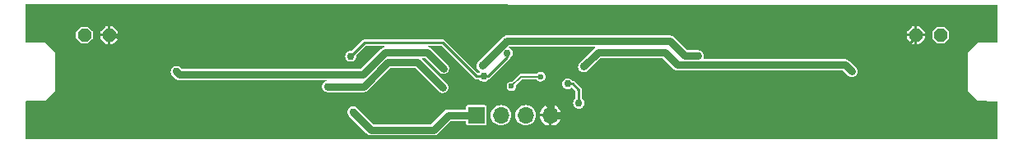
<source format=gbr>
%TF.GenerationSoftware,KiCad,Pcbnew,8.0.6*%
%TF.CreationDate,2025-03-12T20:05:18-06:00*%
%TF.ProjectId,Lightbar,4c696768-7462-4617-922e-6b696361645f,rev?*%
%TF.SameCoordinates,Original*%
%TF.FileFunction,Copper,L2,Bot*%
%TF.FilePolarity,Positive*%
%FSLAX46Y46*%
G04 Gerber Fmt 4.6, Leading zero omitted, Abs format (unit mm)*
G04 Created by KiCad (PCBNEW 8.0.6) date 2025-03-12 20:05:18*
%MOMM*%
%LPD*%
G01*
G04 APERTURE LIST*
G04 Aperture macros list*
%AMOutline5P*
0 Free polygon, 5 corners , with rotation*
0 The origin of the aperture is its center*
0 number of corners: always 5*
0 $1 to $10 corner X, Y*
0 $11 Rotation angle, in degrees counterclockwise*
0 create outline with 5 corners*
4,1,5,$1,$2,$3,$4,$5,$6,$7,$8,$9,$10,$1,$2,$11*%
%AMOutline6P*
0 Free polygon, 6 corners , with rotation*
0 The origin of the aperture is its center*
0 number of corners: always 6*
0 $1 to $12 corner X, Y*
0 $13 Rotation angle, in degrees counterclockwise*
0 create outline with 6 corners*
4,1,6,$1,$2,$3,$4,$5,$6,$7,$8,$9,$10,$11,$12,$1,$2,$13*%
%AMOutline7P*
0 Free polygon, 7 corners , with rotation*
0 The origin of the aperture is its center*
0 number of corners: always 7*
0 $1 to $14 corner X, Y*
0 $15 Rotation angle, in degrees counterclockwise*
0 create outline with 7 corners*
4,1,7,$1,$2,$3,$4,$5,$6,$7,$8,$9,$10,$11,$12,$13,$14,$1,$2,$15*%
%AMOutline8P*
0 Free polygon, 8 corners , with rotation*
0 The origin of the aperture is its center*
0 number of corners: always 8*
0 $1 to $16 corner X, Y*
0 $17 Rotation angle, in degrees counterclockwise*
0 create outline with 8 corners*
4,1,8,$1,$2,$3,$4,$5,$6,$7,$8,$9,$10,$11,$12,$13,$14,$15,$16,$1,$2,$17*%
G04 Aperture macros list end*
%TA.AperFunction,ComponentPad*%
%ADD10Outline8P,-0.660400X0.273547X-0.273547X0.660400X0.273547X0.660400X0.660400X0.273547X0.660400X-0.273547X0.273547X-0.660400X-0.273547X-0.660400X-0.660400X-0.273547X0.000000*%
%TD*%
%TA.AperFunction,ComponentPad*%
%ADD11O,1.700000X1.700000*%
%TD*%
%TA.AperFunction,ComponentPad*%
%ADD12R,1.700000X1.700000*%
%TD*%
%TA.AperFunction,ComponentPad*%
%ADD13Outline8P,-0.660400X0.273547X-0.273547X0.660400X0.273547X0.660400X0.660400X0.273547X0.660400X-0.273547X0.273547X-0.660400X-0.273547X-0.660400X-0.660400X-0.273547X180.000000*%
%TD*%
%TA.AperFunction,ViaPad*%
%ADD14C,0.600000*%
%TD*%
%TA.AperFunction,ViaPad*%
%ADD15C,0.756400*%
%TD*%
%TA.AperFunction,Conductor*%
%ADD16C,0.200000*%
%TD*%
%TA.AperFunction,Conductor*%
%ADD17C,0.762000*%
%TD*%
%TA.AperFunction,Conductor*%
%ADD18C,0.254000*%
%TD*%
%TA.AperFunction,Conductor*%
%ADD19C,0.152400*%
%TD*%
G04 APERTURE END LIST*
D10*
%TO.P,LSR2,A*%
%TO.N,Net-(LASER2-PadA)*%
X104571000Y-101197200D03*
%TO.P,LSR2,K*%
%TO.N,GND*%
X107111000Y-101197200D03*
%TD*%
D11*
%TO.P,J1,4,Pin_4*%
%TO.N,GND*%
X152500000Y-109500000D03*
%TO.P,J1,3,Pin_3*%
%TO.N,Net-(Q1-E)*%
X149960000Y-109500000D03*
%TO.P,J1,2,Pin_2*%
%TO.N,PWM1*%
X147420000Y-109500000D03*
D12*
%TO.P,J1,1,Pin_1*%
%TO.N,N$4*%
X144880000Y-109500000D03*
%TD*%
D13*
%TO.P,LSR1,A*%
%TO.N,Net-(LASER1-PadA)*%
X192638200Y-101197200D03*
%TO.P,LSR1,K*%
%TO.N,GND*%
X190098200Y-101197200D03*
%TD*%
D14*
%TO.N,Net-(Q1-E)*%
X148500000Y-106500000D03*
X151500000Y-105500000D03*
%TO.N,GND*%
X106409799Y-105945565D03*
X192500000Y-105500000D03*
X192500000Y-107500000D03*
X159000000Y-106500000D03*
X104708262Y-107783832D03*
D15*
X133222200Y-107572800D03*
D14*
X190808600Y-106556800D03*
X138339436Y-106490210D03*
X159017134Y-107740250D03*
X190789882Y-107528392D03*
X107944220Y-106841910D03*
X104753839Y-105839219D03*
X106400600Y-106810800D03*
X136201579Y-106523018D03*
X160044600Y-107120800D03*
X138313041Y-107750670D03*
X161000000Y-106500000D03*
X160996682Y-107767367D03*
X107944220Y-107753447D03*
X106409799Y-107738255D03*
X104738647Y-106811525D03*
D15*
X164007000Y-105896400D03*
D14*
X189000000Y-107500000D03*
D15*
X142975800Y-105363000D03*
D14*
X189000000Y-106500000D03*
X190796784Y-105513019D03*
X189000000Y-105500000D03*
X136252294Y-107770603D03*
X137311600Y-107064800D03*
X107929027Y-105960757D03*
X192500000Y-106500000D03*
D15*
%TO.N,N$3*%
X155929800Y-104474000D03*
X183514200Y-104982000D03*
%TO.N,N$4*%
X167715400Y-103356400D03*
X163549800Y-101832400D03*
X132206200Y-109147600D03*
X145465000Y-104372400D03*
X147993803Y-101852400D03*
%TO.N,N$7*%
X129590000Y-106531400D03*
X141426400Y-106607600D03*
%TO.N,N$9*%
X141502600Y-104651800D03*
X114019800Y-104982000D03*
X133222200Y-105286800D03*
%TO.N,PWM1*%
X154278800Y-106252000D03*
X148063299Y-103063299D03*
X155421800Y-108233200D03*
X131977600Y-103381800D03*
X145642800Y-105439200D03*
%TD*%
D16*
%TO.N,Net-(Q1-E)*%
X149500000Y-105500000D02*
X151500000Y-105500000D01*
X148500000Y-106500000D02*
X149500000Y-105500000D01*
D17*
%TO.N,GND*%
X152500000Y-109500000D02*
X152500000Y-108500000D01*
X152500000Y-108500000D02*
X151500000Y-107500000D01*
X151500000Y-107500000D02*
X145112800Y-107500000D01*
X145112800Y-107500000D02*
X144042600Y-106429800D01*
D18*
X187500000Y-104000000D02*
X182301600Y-109198400D01*
X182301600Y-109198400D02*
X164007000Y-109198400D01*
D16*
X189000000Y-105500000D02*
X187500000Y-104000000D01*
X160996682Y-107767367D02*
X161232633Y-107767367D01*
X161232633Y-107767367D02*
X163103600Y-105896400D01*
X163103600Y-105896400D02*
X164007000Y-105896400D01*
D18*
%TO.N,PWM1*%
X155421800Y-108233200D02*
X155421800Y-106883000D01*
X155421800Y-106883000D02*
X154790800Y-106252000D01*
X154790800Y-106252000D02*
X154329600Y-106252000D01*
X148063299Y-103063299D02*
X148063299Y-103500000D01*
X146124099Y-105439200D02*
X145642800Y-105439200D01*
X148063299Y-103500000D02*
X146124099Y-105439200D01*
D17*
%TO.N,GND*%
X144042600Y-106429800D02*
X142950400Y-106429800D01*
X142950400Y-106429800D02*
X142925000Y-106455200D01*
X144042600Y-106429800D02*
X144000000Y-106429800D01*
X144000000Y-106429800D02*
X142975800Y-105405600D01*
X142975800Y-105405600D02*
X142975800Y-105363000D01*
D16*
X136958097Y-107064800D02*
X136252294Y-107770603D01*
X107944220Y-107753447D02*
X106424991Y-107753447D01*
X190808600Y-106556800D02*
X190808600Y-107509674D01*
X137311600Y-107064800D02*
X137627171Y-107064800D01*
X106500000Y-107000000D02*
X106400600Y-106900600D01*
X106400600Y-106900600D02*
X106400600Y-106810800D01*
X104738647Y-105854411D02*
X104753839Y-105839219D01*
X192500000Y-106500000D02*
X192500000Y-105500000D01*
X137764846Y-107064800D02*
X138339436Y-106490210D01*
X107944220Y-106841910D02*
X106431710Y-106841910D01*
X192500000Y-107500000D02*
X190818274Y-107500000D01*
X190818274Y-107500000D02*
X190789882Y-107528392D01*
X190789882Y-107528392D02*
X190761490Y-107500000D01*
X133420003Y-107770603D02*
X133222200Y-107572800D01*
D17*
X135328600Y-109679200D02*
X133222200Y-107572800D01*
D16*
X190796784Y-105513019D02*
X189013019Y-105513019D01*
X106424991Y-105960757D02*
X106409799Y-105945565D01*
X160044600Y-107120800D02*
X160350115Y-107120800D01*
X159620800Y-107120800D02*
X159000000Y-106500000D01*
X104708262Y-107783832D02*
X104708262Y-106841910D01*
X159636584Y-107120800D02*
X159017134Y-107740250D01*
X107944220Y-107753447D02*
X107944220Y-106841910D01*
X189013019Y-105513019D02*
X189000000Y-105500000D01*
X189000000Y-107500000D02*
X189000000Y-106500000D01*
D18*
X190098200Y-101197200D02*
X190098200Y-101401800D01*
D17*
X155915300Y-111000000D02*
X154415300Y-109500000D01*
D16*
X107929027Y-105960757D02*
X106424991Y-105960757D01*
X159017134Y-107740250D02*
X160969565Y-107740250D01*
D17*
X162205400Y-111000000D02*
X155915300Y-111000000D01*
D16*
X137627171Y-107064800D02*
X138313041Y-107750670D01*
X104708262Y-106841910D02*
X104738647Y-106811525D01*
X106409799Y-107738255D02*
X104753839Y-107738255D01*
X160350115Y-107120800D02*
X160996682Y-107767367D01*
X137311600Y-107064800D02*
X136743361Y-107064800D01*
X192500000Y-105500000D02*
X190809803Y-105500000D01*
X106409799Y-105945565D02*
X104860185Y-105945565D01*
X106431710Y-106841910D02*
X106400600Y-106810800D01*
X106424991Y-107753447D02*
X106409799Y-107738255D01*
X160379200Y-107120800D02*
X161000000Y-106500000D01*
X107944220Y-106055780D02*
X108000000Y-106000000D01*
X136252294Y-107770603D02*
X138293108Y-107770603D01*
X160044600Y-107120800D02*
X159620800Y-107120800D01*
X137311600Y-107064800D02*
X136958097Y-107064800D01*
X106409799Y-107090201D02*
X106500000Y-107000000D01*
X160044600Y-107120800D02*
X160379200Y-107120800D01*
X107944220Y-106841910D02*
X107944220Y-106055780D01*
X107968270Y-106000000D02*
X107929027Y-105960757D01*
X138293108Y-107770603D02*
X138313041Y-107750670D01*
X189000000Y-106500000D02*
X189000000Y-105500000D01*
X192500000Y-107500000D02*
X192500000Y-106500000D01*
X160969565Y-107740250D02*
X160996682Y-107767367D01*
X106400600Y-106810800D02*
X106400600Y-105954764D01*
X192443200Y-106556800D02*
X192500000Y-106500000D01*
X136252294Y-107770603D02*
X133420003Y-107770603D01*
X136743361Y-107064800D02*
X136201579Y-106523018D01*
D18*
X190098200Y-101401800D02*
X187500000Y-104000000D01*
D17*
X139701000Y-109679200D02*
X135328600Y-109679200D01*
D16*
X190809803Y-105500000D02*
X190796784Y-105513019D01*
D17*
X164007000Y-109198400D02*
X164007000Y-105896400D01*
X154415300Y-109500000D02*
X152500000Y-109500000D01*
D16*
X190808600Y-106556800D02*
X190808600Y-105524835D01*
X190761490Y-107500000D02*
X189000000Y-107500000D01*
X106399875Y-106811525D02*
X106400600Y-106810800D01*
X104738647Y-106811525D02*
X106399875Y-106811525D01*
X190808600Y-107509674D02*
X190789882Y-107528392D01*
X190808600Y-105524835D02*
X190796784Y-105513019D01*
X189000000Y-106500000D02*
X190751800Y-106500000D01*
X104753839Y-107738255D02*
X104708262Y-107783832D01*
X160044600Y-107120800D02*
X159636584Y-107120800D01*
X108000000Y-106000000D02*
X107968270Y-106000000D01*
X106409799Y-107738255D02*
X106409799Y-107090201D01*
X190808600Y-106556800D02*
X192443200Y-106556800D01*
X104860185Y-105945565D02*
X104753839Y-105839219D01*
X106400600Y-105954764D02*
X106409799Y-105945565D01*
X137311600Y-107064800D02*
X137764846Y-107064800D01*
D17*
X142925000Y-106455200D02*
X139701000Y-109679200D01*
D16*
X190751800Y-106500000D02*
X190808600Y-106556800D01*
D17*
X164007000Y-109198400D02*
X162205400Y-111000000D01*
D16*
X104738647Y-106811525D02*
X104738647Y-105854411D01*
D17*
%TO.N,N$3*%
X164269127Y-103000000D02*
X157403800Y-103000000D01*
X157403800Y-103000000D02*
X155929800Y-104474000D01*
X165539927Y-104270800D02*
X164269127Y-103000000D01*
X182803000Y-104270800D02*
X165539927Y-104270800D01*
X183514200Y-104982000D02*
X182803000Y-104270800D01*
%TO.N,N$4*%
X164832400Y-101832400D02*
X163549800Y-101832400D01*
X132206200Y-109147600D02*
X134058600Y-111000000D01*
X148013803Y-101832400D02*
X163549800Y-101832400D01*
X147985000Y-101852400D02*
X145465000Y-104372400D01*
X167715400Y-103356400D02*
X166356400Y-103356400D01*
X134058600Y-111000000D02*
X140500000Y-111000000D01*
X147993803Y-101852400D02*
X147985000Y-101852400D01*
X142000000Y-109500000D02*
X144880000Y-109500000D01*
X166356400Y-103356400D02*
X164832400Y-101832400D01*
X147993803Y-101852400D02*
X148013803Y-101832400D01*
X140500000Y-111000000D02*
X142000000Y-109500000D01*
%TO.N,N$7*%
X135802156Y-104000000D02*
X133270756Y-106531400D01*
X138818800Y-104000000D02*
X135802156Y-104000000D01*
X141426400Y-106607600D02*
X138818800Y-104000000D01*
X133270756Y-106531400D02*
X129590000Y-106531400D01*
%TO.N,N$9*%
X114324600Y-105286800D02*
X133222200Y-105286800D01*
X114019800Y-104982000D02*
X114324600Y-105286800D01*
X139850800Y-103000000D02*
X135509000Y-103000000D01*
X135509000Y-103000000D02*
X133222200Y-105286800D01*
X141502600Y-104651800D02*
X139850800Y-103000000D01*
D18*
%TO.N,PWM1*%
X133359400Y-102000000D02*
X131977600Y-103381800D01*
D19*
X154278800Y-106252000D02*
X154329600Y-106252000D01*
D18*
X141441600Y-102000000D02*
X133359400Y-102000000D01*
X144880800Y-105439200D02*
X141441600Y-102000000D01*
X145642800Y-105439200D02*
X144880800Y-105439200D01*
D16*
%TO.N,GND*%
X107111000Y-103482058D02*
X107111000Y-101197200D01*
X104753839Y-105839219D02*
X107111000Y-103482058D01*
D18*
X107697200Y-101197200D02*
X107111000Y-101197200D01*
X114072800Y-107572800D02*
X107697200Y-101197200D01*
X133222200Y-107572800D02*
X114072800Y-107572800D01*
%TD*%
%TA.AperFunction,Conductor*%
%TO.N,GND*%
G36*
X198437697Y-98083248D02*
G01*
X198472335Y-98097624D01*
X198486663Y-98132282D01*
X198486662Y-98132534D01*
X198464532Y-101927586D01*
X198449979Y-101962150D01*
X198415533Y-101976300D01*
X196479038Y-101976300D01*
X195464100Y-102991236D01*
X195464100Y-102991237D01*
X195464100Y-102991238D01*
X195464100Y-106991237D01*
X195464100Y-107012363D01*
X196471573Y-108019835D01*
X196478907Y-108027245D01*
X196478908Y-108027246D01*
X196479037Y-108027299D01*
X196479038Y-108027300D01*
X196489511Y-108027300D01*
X196489763Y-108027300D01*
X198431527Y-108037316D01*
X198466099Y-108051846D01*
X198480273Y-108086332D01*
X198478925Y-111943505D01*
X198464561Y-111978148D01*
X198429917Y-111992488D01*
X98564092Y-111976310D01*
X98529446Y-111961953D01*
X98515100Y-111927310D01*
X98515100Y-109147599D01*
X131622506Y-109147599D01*
X131624280Y-109161074D01*
X131624699Y-109167470D01*
X131624699Y-109224159D01*
X131639370Y-109278911D01*
X131640620Y-109285195D01*
X131642393Y-109298663D01*
X131642397Y-109298677D01*
X131647596Y-109311229D01*
X131649655Y-109317295D01*
X131664327Y-109372049D01*
X131664328Y-109372053D01*
X131692668Y-109421138D01*
X131695502Y-109426885D01*
X131700704Y-109439444D01*
X131700706Y-109439447D01*
X131708985Y-109450237D01*
X131712545Y-109455565D01*
X131740880Y-109504643D01*
X131740882Y-109504645D01*
X131740884Y-109504649D01*
X131740887Y-109504652D01*
X131780958Y-109544723D01*
X131785184Y-109549542D01*
X131793462Y-109560330D01*
X131793464Y-109560331D01*
X131793466Y-109560334D01*
X131804262Y-109568618D01*
X131809072Y-109572837D01*
X133591568Y-111355333D01*
X133591573Y-111355339D01*
X133593284Y-111357050D01*
X133701550Y-111465316D01*
X133750082Y-111493336D01*
X133834146Y-111541871D01*
X133834148Y-111541871D01*
X133834149Y-111541872D01*
X133950790Y-111573125D01*
X133982040Y-111581499D01*
X133982041Y-111581500D01*
X133982044Y-111581500D01*
X140420431Y-111581500D01*
X140420447Y-111581501D01*
X140423444Y-111581501D01*
X140576558Y-111581501D01*
X140628160Y-111567673D01*
X140724451Y-111541872D01*
X140857050Y-111465316D01*
X140965316Y-111357050D01*
X140965316Y-111357048D01*
X140969345Y-111353020D01*
X140969348Y-111353015D01*
X142226514Y-110095852D01*
X142261162Y-110081500D01*
X143780500Y-110081500D01*
X143815148Y-110095852D01*
X143829500Y-110130500D01*
X143829500Y-110369748D01*
X143841133Y-110428231D01*
X143858882Y-110454795D01*
X143885447Y-110494552D01*
X143912012Y-110512301D01*
X143951769Y-110538867D01*
X144010252Y-110550500D01*
X144010255Y-110550500D01*
X145749745Y-110550500D01*
X145749748Y-110550500D01*
X145808231Y-110538867D01*
X145874552Y-110494552D01*
X145918867Y-110428231D01*
X145930500Y-110369748D01*
X145930500Y-109500000D01*
X146364417Y-109500000D01*
X146384700Y-109705934D01*
X146444768Y-109903954D01*
X146542315Y-110086450D01*
X146673590Y-110246410D01*
X146833550Y-110377685D01*
X147016046Y-110475232D01*
X147214066Y-110535300D01*
X147420000Y-110555583D01*
X147625934Y-110535300D01*
X147823954Y-110475232D01*
X148006450Y-110377685D01*
X148166410Y-110246410D01*
X148297685Y-110086450D01*
X148395232Y-109903954D01*
X148455300Y-109705934D01*
X148475583Y-109500000D01*
X148904417Y-109500000D01*
X148924700Y-109705934D01*
X148984768Y-109903954D01*
X149082315Y-110086450D01*
X149213590Y-110246410D01*
X149373550Y-110377685D01*
X149556046Y-110475232D01*
X149754066Y-110535300D01*
X149960000Y-110555583D01*
X150165934Y-110535300D01*
X150363954Y-110475232D01*
X150546450Y-110377685D01*
X150706410Y-110246410D01*
X150837685Y-110086450D01*
X150935232Y-109903954D01*
X150995300Y-109705934D01*
X151015583Y-109500000D01*
X151003271Y-109374999D01*
X151406870Y-109374999D01*
X151406870Y-109375000D01*
X152015856Y-109375000D01*
X152000000Y-109434174D01*
X152000000Y-109565826D01*
X152015856Y-109625000D01*
X151406870Y-109625000D01*
X151414096Y-109702986D01*
X151414098Y-109702995D01*
X151469883Y-109899063D01*
X151469884Y-109899064D01*
X151560752Y-110081553D01*
X151560755Y-110081557D01*
X151683604Y-110244237D01*
X151683607Y-110244240D01*
X151834257Y-110381576D01*
X152007590Y-110488900D01*
X152197674Y-110562538D01*
X152375000Y-110595686D01*
X152375000Y-109984144D01*
X152434174Y-110000000D01*
X152565826Y-110000000D01*
X152625000Y-109984144D01*
X152625000Y-110595685D01*
X152802325Y-110562538D01*
X152992409Y-110488900D01*
X153165742Y-110381576D01*
X153316392Y-110244240D01*
X153316395Y-110244237D01*
X153439244Y-110081557D01*
X153439247Y-110081553D01*
X153530115Y-109899064D01*
X153530116Y-109899063D01*
X153585901Y-109702995D01*
X153585903Y-109702986D01*
X153593129Y-109625000D01*
X152984144Y-109625000D01*
X153000000Y-109565826D01*
X153000000Y-109434174D01*
X152984144Y-109375000D01*
X153593130Y-109375000D01*
X153593129Y-109374999D01*
X153585903Y-109297013D01*
X153585901Y-109297004D01*
X153530116Y-109100936D01*
X153530115Y-109100935D01*
X153439247Y-108918446D01*
X153439244Y-108918442D01*
X153316395Y-108755762D01*
X153316392Y-108755759D01*
X153165742Y-108618423D01*
X152992409Y-108511099D01*
X152802324Y-108437460D01*
X152625000Y-108404312D01*
X152625000Y-109015855D01*
X152565826Y-109000000D01*
X152434174Y-109000000D01*
X152375000Y-109015855D01*
X152375000Y-108404312D01*
X152197675Y-108437460D01*
X152007590Y-108511099D01*
X151834257Y-108618423D01*
X151683607Y-108755759D01*
X151683604Y-108755762D01*
X151560755Y-108918442D01*
X151560752Y-108918446D01*
X151469884Y-109100935D01*
X151469883Y-109100936D01*
X151414098Y-109297004D01*
X151414096Y-109297013D01*
X151406870Y-109374999D01*
X151003271Y-109374999D01*
X150995300Y-109294066D01*
X150935232Y-109096046D01*
X150837685Y-108913550D01*
X150706410Y-108753590D01*
X150546450Y-108622315D01*
X150363954Y-108524768D01*
X150165934Y-108464700D01*
X149960000Y-108444417D01*
X149754065Y-108464700D01*
X149754064Y-108464700D01*
X149556043Y-108524769D01*
X149373548Y-108622316D01*
X149213590Y-108753590D01*
X149082316Y-108913548D01*
X148984769Y-109096043D01*
X148924700Y-109294064D01*
X148924700Y-109294065D01*
X148908794Y-109455565D01*
X148904417Y-109500000D01*
X148475583Y-109500000D01*
X148455300Y-109294066D01*
X148395232Y-109096046D01*
X148297685Y-108913550D01*
X148166410Y-108753590D01*
X148006450Y-108622315D01*
X147823954Y-108524768D01*
X147625934Y-108464700D01*
X147420000Y-108444417D01*
X147214065Y-108464700D01*
X147214064Y-108464700D01*
X147016043Y-108524769D01*
X146833548Y-108622316D01*
X146673590Y-108753590D01*
X146542316Y-108913548D01*
X146444769Y-109096043D01*
X146384700Y-109294064D01*
X146384700Y-109294065D01*
X146368794Y-109455565D01*
X146364417Y-109500000D01*
X145930500Y-109500000D01*
X145930500Y-108630252D01*
X145918867Y-108571769D01*
X145887462Y-108524769D01*
X145874552Y-108505447D01*
X145813569Y-108464700D01*
X145808231Y-108461133D01*
X145749748Y-108449500D01*
X144010252Y-108449500D01*
X143951769Y-108461133D01*
X143885447Y-108505447D01*
X143841133Y-108571769D01*
X143829500Y-108630252D01*
X143829500Y-108630255D01*
X143829500Y-108869500D01*
X143815148Y-108904148D01*
X143780500Y-108918500D01*
X141923441Y-108918500D01*
X141775550Y-108958127D01*
X141775546Y-108958128D01*
X141642949Y-109034684D01*
X140273487Y-110404148D01*
X140238839Y-110418500D01*
X134319761Y-110418500D01*
X134285113Y-110404148D01*
X132631437Y-108750472D01*
X132627218Y-108745662D01*
X132618934Y-108734866D01*
X132618931Y-108734864D01*
X132618930Y-108734862D01*
X132608142Y-108726584D01*
X132603323Y-108722358D01*
X132563252Y-108682287D01*
X132563249Y-108682284D01*
X132563245Y-108682282D01*
X132563243Y-108682280D01*
X132514165Y-108653945D01*
X132508837Y-108650385D01*
X132498047Y-108642106D01*
X132498044Y-108642104D01*
X132485485Y-108636902D01*
X132479738Y-108634068D01*
X132430653Y-108605728D01*
X132430649Y-108605727D01*
X132375895Y-108591055D01*
X132369829Y-108588996D01*
X132357277Y-108583797D01*
X132357273Y-108583795D01*
X132357271Y-108583795D01*
X132357269Y-108583794D01*
X132357263Y-108583793D01*
X132343795Y-108582020D01*
X132337511Y-108580770D01*
X132282759Y-108566099D01*
X132282756Y-108566099D01*
X132226070Y-108566099D01*
X132219674Y-108565680D01*
X132206200Y-108563906D01*
X132192726Y-108565680D01*
X132186330Y-108566099D01*
X132129643Y-108566099D01*
X132074879Y-108580772D01*
X132068597Y-108582021D01*
X132055136Y-108583793D01*
X132055122Y-108583797D01*
X132042564Y-108588998D01*
X132036500Y-108591056D01*
X131981753Y-108605726D01*
X131981749Y-108605728D01*
X131932658Y-108634069D01*
X131926915Y-108636901D01*
X131914354Y-108642105D01*
X131903563Y-108650384D01*
X131898239Y-108653940D01*
X131849159Y-108682278D01*
X131849146Y-108682288D01*
X131809068Y-108722364D01*
X131804254Y-108726586D01*
X131793467Y-108734864D01*
X131793464Y-108734867D01*
X131785186Y-108745654D01*
X131780964Y-108750468D01*
X131740888Y-108790546D01*
X131740878Y-108790559D01*
X131712540Y-108839639D01*
X131708984Y-108844963D01*
X131700705Y-108855754D01*
X131695501Y-108868315D01*
X131692669Y-108874058D01*
X131664328Y-108923149D01*
X131664326Y-108923153D01*
X131649656Y-108977900D01*
X131647598Y-108983964D01*
X131642397Y-108996522D01*
X131642393Y-108996536D01*
X131640621Y-109009997D01*
X131639372Y-109016279D01*
X131624699Y-109071043D01*
X131624699Y-109127729D01*
X131624280Y-109134124D01*
X131622506Y-109147599D01*
X98515100Y-109147599D01*
X98515100Y-108076300D01*
X98529452Y-108041652D01*
X98564100Y-108027300D01*
X100500162Y-108027300D01*
X100500163Y-108027300D01*
X101515100Y-107012362D01*
X101515100Y-106991237D01*
X101515100Y-104981999D01*
X113436106Y-104981999D01*
X113437880Y-104995474D01*
X113438299Y-105001870D01*
X113438299Y-105058559D01*
X113452970Y-105113311D01*
X113454220Y-105119595D01*
X113455993Y-105133063D01*
X113455997Y-105133077D01*
X113461196Y-105145629D01*
X113463255Y-105151695D01*
X113477927Y-105206449D01*
X113477928Y-105206453D01*
X113506268Y-105255538D01*
X113509102Y-105261285D01*
X113514304Y-105273844D01*
X113514305Y-105273846D01*
X113522587Y-105284640D01*
X113526143Y-105289962D01*
X113554484Y-105339049D01*
X113554485Y-105339050D01*
X113554486Y-105339051D01*
X113594563Y-105379130D01*
X113598787Y-105383946D01*
X113607062Y-105394730D01*
X113607066Y-105394734D01*
X113617378Y-105402646D01*
X113617857Y-105403014D01*
X113622672Y-105407237D01*
X113967550Y-105752116D01*
X114016082Y-105780136D01*
X114100146Y-105828671D01*
X114100148Y-105828671D01*
X114100149Y-105828672D01*
X114139687Y-105839266D01*
X114248040Y-105868299D01*
X114248041Y-105868300D01*
X114248044Y-105868300D01*
X114401155Y-105868300D01*
X129445549Y-105868300D01*
X129480197Y-105882652D01*
X129494549Y-105917300D01*
X129480197Y-105951948D01*
X129451945Y-105965881D01*
X129438931Y-105967594D01*
X129438923Y-105967596D01*
X129426363Y-105972798D01*
X129420299Y-105974856D01*
X129365553Y-105989526D01*
X129365549Y-105989528D01*
X129316464Y-106017866D01*
X129310721Y-106020698D01*
X129298156Y-106025903D01*
X129298150Y-106025907D01*
X129287364Y-106034183D01*
X129282038Y-106037742D01*
X129232947Y-106066086D01*
X129192864Y-106106167D01*
X129188051Y-106110389D01*
X129177266Y-106118666D01*
X129168989Y-106129451D01*
X129164767Y-106134264D01*
X129124686Y-106174347D01*
X129096342Y-106223438D01*
X129092783Y-106228764D01*
X129084507Y-106239550D01*
X129084503Y-106239556D01*
X129079298Y-106252121D01*
X129076466Y-106257864D01*
X129048128Y-106306949D01*
X129048126Y-106306953D01*
X129033456Y-106361699D01*
X129031398Y-106367763D01*
X129026196Y-106380323D01*
X129026194Y-106380330D01*
X129024419Y-106393815D01*
X129023168Y-106400099D01*
X129008500Y-106454840D01*
X129008500Y-106511521D01*
X129008081Y-106517916D01*
X129006306Y-106531399D01*
X129008081Y-106544881D01*
X129008500Y-106551277D01*
X129008500Y-106607959D01*
X129023168Y-106662700D01*
X129024419Y-106668985D01*
X129026194Y-106682466D01*
X129026195Y-106682472D01*
X129031399Y-106695036D01*
X129033458Y-106701103D01*
X129048126Y-106755847D01*
X129048128Y-106755853D01*
X129076467Y-106804935D01*
X129079302Y-106810684D01*
X129084504Y-106823243D01*
X129084506Y-106823247D01*
X129092783Y-106834033D01*
X129096342Y-106839360D01*
X129096645Y-106839884D01*
X129124684Y-106888450D01*
X129164761Y-106928527D01*
X129168987Y-106933345D01*
X129177263Y-106944131D01*
X129177264Y-106944132D01*
X129177266Y-106944134D01*
X129188058Y-106952415D01*
X129192868Y-106956634D01*
X129232950Y-106996716D01*
X129282046Y-107025061D01*
X129287361Y-107028612D01*
X129298153Y-107036894D01*
X129310129Y-107041854D01*
X129310715Y-107042097D01*
X129316453Y-107044926D01*
X129365549Y-107073272D01*
X129420315Y-107087946D01*
X129426350Y-107089994D01*
X129438929Y-107095205D01*
X129452410Y-107096979D01*
X129458682Y-107098226D01*
X129502005Y-107109834D01*
X129513443Y-107112900D01*
X129513444Y-107112900D01*
X129570122Y-107112900D01*
X129576517Y-107113319D01*
X129577511Y-107113449D01*
X129590000Y-107115094D01*
X129602488Y-107113449D01*
X129603483Y-107113319D01*
X129609878Y-107112900D01*
X133191187Y-107112900D01*
X133191203Y-107112901D01*
X133194200Y-107112901D01*
X133347314Y-107112901D01*
X133413353Y-107095205D01*
X133495207Y-107073272D01*
X133555600Y-107038404D01*
X133627806Y-106996716D01*
X133736072Y-106888450D01*
X133736072Y-106888448D01*
X133740101Y-106884420D01*
X133740104Y-106884415D01*
X136028669Y-104595852D01*
X136063317Y-104581500D01*
X138557639Y-104581500D01*
X138592287Y-104595852D01*
X141001161Y-107004727D01*
X141005387Y-107009545D01*
X141013663Y-107020331D01*
X141013664Y-107020332D01*
X141013666Y-107020334D01*
X141024458Y-107028615D01*
X141029268Y-107032834D01*
X141069350Y-107072916D01*
X141069351Y-107072917D01*
X141069353Y-107072918D01*
X141078893Y-107078425D01*
X141118446Y-107101261D01*
X141123761Y-107104812D01*
X141134553Y-107113094D01*
X141146529Y-107118054D01*
X141147115Y-107118297D01*
X141152853Y-107121126D01*
X141201949Y-107149472D01*
X141256715Y-107164146D01*
X141262750Y-107166194D01*
X141275329Y-107171405D01*
X141288810Y-107173179D01*
X141295082Y-107174426D01*
X141338405Y-107186034D01*
X141349843Y-107189100D01*
X141349844Y-107189100D01*
X141406522Y-107189100D01*
X141412917Y-107189519D01*
X141413911Y-107189649D01*
X141426400Y-107191294D01*
X141438888Y-107189649D01*
X141439883Y-107189519D01*
X141446278Y-107189100D01*
X141502956Y-107189100D01*
X141514266Y-107186068D01*
X141557715Y-107174426D01*
X141563974Y-107173180D01*
X141577471Y-107171405D01*
X141590039Y-107166198D01*
X141596088Y-107164144D01*
X141650850Y-107149472D01*
X141699942Y-107121127D01*
X141705679Y-107118298D01*
X141718247Y-107113094D01*
X141729048Y-107104804D01*
X141734348Y-107101263D01*
X141783449Y-107072916D01*
X141823535Y-107032828D01*
X141828340Y-107028616D01*
X141839134Y-107020334D01*
X141847417Y-107009538D01*
X141851628Y-107004735D01*
X141891716Y-106964649D01*
X141920063Y-106915548D01*
X141923604Y-106910248D01*
X141931894Y-106899447D01*
X141937098Y-106886879D01*
X141939927Y-106881142D01*
X141968272Y-106832050D01*
X141982944Y-106777288D01*
X141984998Y-106771239D01*
X141990205Y-106758671D01*
X141991980Y-106745174D01*
X141993226Y-106738915D01*
X142007900Y-106684155D01*
X142007900Y-106627477D01*
X142008319Y-106621081D01*
X142008338Y-106620935D01*
X142010094Y-106607600D01*
X142008319Y-106594116D01*
X142007900Y-106587721D01*
X142007900Y-106531043D01*
X142003530Y-106514735D01*
X141999581Y-106499997D01*
X147994353Y-106499997D01*
X147994353Y-106500002D01*
X148014833Y-106642454D01*
X148033109Y-106682471D01*
X148074623Y-106773373D01*
X148074624Y-106773374D01*
X148074625Y-106773376D01*
X148168871Y-106882142D01*
X148168872Y-106882143D01*
X148289947Y-106959953D01*
X148366785Y-106982514D01*
X148428034Y-107000499D01*
X148428037Y-107000499D01*
X148428039Y-107000500D01*
X148428040Y-107000500D01*
X148571960Y-107000500D01*
X148571961Y-107000500D01*
X148571963Y-107000499D01*
X148571965Y-107000499D01*
X148603508Y-106991237D01*
X148710053Y-106959953D01*
X148831128Y-106882143D01*
X148925377Y-106773373D01*
X148985165Y-106642457D01*
X148985165Y-106642455D01*
X148985166Y-106642454D01*
X149005647Y-106500001D01*
X149005647Y-106500000D01*
X149005647Y-106499997D01*
X148998995Y-106453741D01*
X149008269Y-106417406D01*
X149012841Y-106412128D01*
X149172970Y-106252000D01*
X153695106Y-106252000D01*
X153714994Y-106403070D01*
X153773303Y-106543842D01*
X153773306Y-106543847D01*
X153844858Y-106637096D01*
X153866066Y-106664734D01*
X153986953Y-106757494D01*
X153986955Y-106757494D01*
X153986957Y-106757496D01*
X154115366Y-106810684D01*
X154127729Y-106815805D01*
X154278800Y-106835694D01*
X154429871Y-106815805D01*
X154570647Y-106757494D01*
X154685080Y-106669685D01*
X154721305Y-106659979D01*
X154749557Y-106673912D01*
X155079948Y-107004303D01*
X155094300Y-107038951D01*
X155094300Y-107730899D01*
X155079948Y-107765547D01*
X155075130Y-107769773D01*
X155009064Y-107820467D01*
X154916306Y-107941352D01*
X154916303Y-107941357D01*
X154857994Y-108082129D01*
X154838106Y-108233200D01*
X154857994Y-108384270D01*
X154916303Y-108525042D01*
X154916306Y-108525047D01*
X155006128Y-108642106D01*
X155009066Y-108645934D01*
X155129953Y-108738694D01*
X155129955Y-108738694D01*
X155129957Y-108738696D01*
X155255167Y-108790559D01*
X155270729Y-108797005D01*
X155421800Y-108816894D01*
X155572871Y-108797005D01*
X155713647Y-108738694D01*
X155834534Y-108645934D01*
X155927294Y-108525047D01*
X155985605Y-108384271D01*
X156005494Y-108233200D01*
X155985605Y-108082129D01*
X155983191Y-108076300D01*
X155927296Y-107941357D01*
X155927293Y-107941352D01*
X155834535Y-107820467D01*
X155768470Y-107769773D01*
X155749719Y-107737294D01*
X155749300Y-107730899D01*
X155749300Y-106839882D01*
X155739866Y-106804677D01*
X155726981Y-106756590D01*
X155726980Y-106756588D01*
X155726980Y-106756587D01*
X155683869Y-106681916D01*
X155683866Y-106681913D01*
X155683865Y-106681910D01*
X155622890Y-106620935D01*
X154991890Y-105989935D01*
X154991887Y-105989933D01*
X154991883Y-105989930D01*
X154917211Y-105946819D01*
X154833918Y-105924500D01*
X154833916Y-105924500D01*
X154781100Y-105924500D01*
X154746452Y-105910148D01*
X154742226Y-105905329D01*
X154691534Y-105839266D01*
X154691533Y-105839265D01*
X154570647Y-105746506D01*
X154570642Y-105746503D01*
X154429870Y-105688194D01*
X154278800Y-105668306D01*
X154127729Y-105688194D01*
X153986957Y-105746503D01*
X153986952Y-105746506D01*
X153866066Y-105839265D01*
X153866065Y-105839266D01*
X153773306Y-105960152D01*
X153773303Y-105960157D01*
X153714994Y-106100929D01*
X153695106Y-106252000D01*
X149172970Y-106252000D01*
X149610119Y-105814852D01*
X149644767Y-105800500D01*
X151075750Y-105800500D01*
X151110398Y-105814852D01*
X151112782Y-105817412D01*
X151168872Y-105882143D01*
X151289947Y-105959953D01*
X151340703Y-105974856D01*
X151428034Y-106000499D01*
X151428037Y-106000499D01*
X151428039Y-106000500D01*
X151428040Y-106000500D01*
X151571960Y-106000500D01*
X151571961Y-106000500D01*
X151571963Y-106000499D01*
X151571965Y-106000499D01*
X151594795Y-105993795D01*
X151710053Y-105959953D01*
X151831128Y-105882143D01*
X151925377Y-105773373D01*
X151985165Y-105642457D01*
X151985165Y-105642455D01*
X151985166Y-105642454D01*
X152005647Y-105500002D01*
X152005647Y-105499997D01*
X151985166Y-105357545D01*
X151954303Y-105289966D01*
X151925377Y-105226627D01*
X151915826Y-105215605D01*
X151831128Y-105117857D01*
X151821547Y-105111700D01*
X151710053Y-105040047D01*
X151710050Y-105040046D01*
X151571965Y-104999500D01*
X151571961Y-104999500D01*
X151428039Y-104999500D01*
X151428034Y-104999500D01*
X151289949Y-105040046D01*
X151289947Y-105040046D01*
X151289947Y-105040047D01*
X151272597Y-105051197D01*
X151168871Y-105117857D01*
X151112782Y-105182588D01*
X151079246Y-105199375D01*
X151075750Y-105199500D01*
X149460435Y-105199500D01*
X149384013Y-105219977D01*
X149384010Y-105219978D01*
X149315488Y-105259540D01*
X148589880Y-105985148D01*
X148555232Y-105999500D01*
X148428034Y-105999500D01*
X148289949Y-106040046D01*
X148168871Y-106117857D01*
X148074625Y-106226623D01*
X148074624Y-106226625D01*
X148014833Y-106357545D01*
X147994353Y-106499997D01*
X141999581Y-106499997D01*
X141993226Y-106476282D01*
X141991978Y-106470004D01*
X141990205Y-106456529D01*
X141984994Y-106443950D01*
X141982946Y-106437915D01*
X141968272Y-106383149D01*
X141966644Y-106380330D01*
X141959389Y-106367763D01*
X141939926Y-106334053D01*
X141937097Y-106328315D01*
X141936854Y-106327729D01*
X141931894Y-106315753D01*
X141923612Y-106304961D01*
X141920061Y-106299646D01*
X141891716Y-106250550D01*
X141851634Y-106210468D01*
X141847415Y-106205658D01*
X141839134Y-106194866D01*
X141839132Y-106194864D01*
X141839131Y-106194863D01*
X141828345Y-106186587D01*
X141823527Y-106182361D01*
X140566501Y-104925335D01*
X139306312Y-103665147D01*
X139291961Y-103630500D01*
X139306313Y-103595852D01*
X139340961Y-103581500D01*
X139589639Y-103581500D01*
X139624287Y-103595852D01*
X141077358Y-105048923D01*
X141081584Y-105053742D01*
X141089862Y-105064530D01*
X141089864Y-105064531D01*
X141089866Y-105064534D01*
X141100662Y-105072818D01*
X141105472Y-105077037D01*
X141145551Y-105117116D01*
X141173186Y-105133071D01*
X141194637Y-105145456D01*
X141199956Y-105149009D01*
X141210753Y-105157294D01*
X141223326Y-105162502D01*
X141229049Y-105165324D01*
X141273077Y-105190743D01*
X141278145Y-105193670D01*
X141278149Y-105193672D01*
X141332913Y-105208345D01*
X141338968Y-105210402D01*
X141338973Y-105210404D01*
X141351529Y-105215605D01*
X141365006Y-105217379D01*
X141371286Y-105218628D01*
X141398575Y-105225940D01*
X141426042Y-105233301D01*
X141426044Y-105233301D01*
X141482730Y-105233301D01*
X141489125Y-105233719D01*
X141502600Y-105235494D01*
X141516074Y-105233719D01*
X141522470Y-105233301D01*
X141579158Y-105233301D01*
X141633907Y-105218630D01*
X141640196Y-105217379D01*
X141644949Y-105216753D01*
X141653671Y-105215605D01*
X141666238Y-105210398D01*
X141672280Y-105208347D01*
X141727051Y-105193672D01*
X141727053Y-105193670D01*
X141727055Y-105193670D01*
X141740786Y-105185741D01*
X141776144Y-105165327D01*
X141781877Y-105162500D01*
X141794447Y-105157294D01*
X141805236Y-105149014D01*
X141810565Y-105145454D01*
X141859649Y-105117116D01*
X141899727Y-105077036D01*
X141904538Y-105072817D01*
X141915334Y-105064534D01*
X141923617Y-105053738D01*
X141927837Y-105048927D01*
X141967913Y-105008852D01*
X141967913Y-105008851D01*
X141967916Y-105008849D01*
X141996255Y-104959762D01*
X141999816Y-104954434D01*
X142008094Y-104943647D01*
X142013300Y-104931077D01*
X142016127Y-104925344D01*
X142040520Y-104883096D01*
X142044470Y-104876255D01*
X142044470Y-104876253D01*
X142044472Y-104876251D01*
X142059147Y-104821480D01*
X142061198Y-104815438D01*
X142066405Y-104802871D01*
X142068179Y-104789396D01*
X142069430Y-104783107D01*
X142084101Y-104728357D01*
X142084101Y-104671670D01*
X142084520Y-104665274D01*
X142084656Y-104664244D01*
X142086294Y-104651800D01*
X142084520Y-104638324D01*
X142084101Y-104631929D01*
X142084101Y-104575242D01*
X142076740Y-104547775D01*
X142069428Y-104520486D01*
X142068179Y-104514205D01*
X142067206Y-104506812D01*
X142066405Y-104500729D01*
X142061202Y-104488168D01*
X142059145Y-104482113D01*
X142044472Y-104427349D01*
X142043378Y-104425455D01*
X142037920Y-104416001D01*
X142016124Y-104378249D01*
X142013302Y-104372526D01*
X142008094Y-104359953D01*
X141999809Y-104349156D01*
X141996256Y-104343837D01*
X141984185Y-104322929D01*
X141967916Y-104294751D01*
X141927837Y-104254672D01*
X141923618Y-104249862D01*
X141915334Y-104239066D01*
X141915331Y-104239064D01*
X141915330Y-104239062D01*
X141904542Y-104230784D01*
X141899723Y-104226558D01*
X140318911Y-102645746D01*
X140318909Y-102645743D01*
X140207850Y-102534684D01*
X140075252Y-102458128D01*
X139947253Y-102423830D01*
X139917501Y-102401000D01*
X139912606Y-102363817D01*
X139935436Y-102334065D01*
X139959936Y-102327500D01*
X141285649Y-102327500D01*
X141320297Y-102341852D01*
X144618735Y-105640290D01*
X144679710Y-105701265D01*
X144679713Y-105701266D01*
X144679716Y-105701269D01*
X144754388Y-105744380D01*
X144754390Y-105744381D01*
X144783257Y-105752116D01*
X144837682Y-105766700D01*
X144837684Y-105766700D01*
X145140500Y-105766700D01*
X145175148Y-105781052D01*
X145179374Y-105785871D01*
X145230065Y-105851933D01*
X145230066Y-105851934D01*
X145350953Y-105944694D01*
X145350955Y-105944694D01*
X145350957Y-105944696D01*
X145459192Y-105989528D01*
X145491729Y-106003005D01*
X145642800Y-106022894D01*
X145793871Y-106003005D01*
X145934647Y-105944694D01*
X146055534Y-105851934D01*
X146090431Y-105806455D01*
X146106226Y-105785871D01*
X146138704Y-105767119D01*
X146145100Y-105766700D01*
X146167217Y-105766700D01*
X146196279Y-105758912D01*
X146250509Y-105744381D01*
X146325189Y-105701265D01*
X148325364Y-103701090D01*
X148368480Y-103626410D01*
X148387061Y-103557064D01*
X148404558Y-103530876D01*
X148476033Y-103476033D01*
X148568793Y-103355146D01*
X148627104Y-103214370D01*
X148646993Y-103063299D01*
X148627104Y-102912228D01*
X148612225Y-102876306D01*
X148568795Y-102771456D01*
X148568792Y-102771451D01*
X148476033Y-102650565D01*
X148476032Y-102650564D01*
X148355146Y-102557805D01*
X148355141Y-102557802D01*
X148243867Y-102511712D01*
X148217348Y-102485194D01*
X148217348Y-102447691D01*
X148227973Y-102431791D01*
X148231518Y-102428247D01*
X148266161Y-102413900D01*
X157073084Y-102413900D01*
X157107732Y-102428252D01*
X157122084Y-102462900D01*
X157107732Y-102497548D01*
X157097584Y-102505335D01*
X157046749Y-102534684D01*
X157046749Y-102534685D01*
X156938482Y-102642952D01*
X155532673Y-104048760D01*
X155527858Y-104052983D01*
X155517067Y-104061264D01*
X155517064Y-104061267D01*
X155508786Y-104072054D01*
X155504564Y-104076868D01*
X155464488Y-104116946D01*
X155464478Y-104116959D01*
X155436140Y-104166039D01*
X155432584Y-104171363D01*
X155424305Y-104182154D01*
X155419101Y-104194715D01*
X155416269Y-104200458D01*
X155387928Y-104249549D01*
X155387926Y-104249553D01*
X155373256Y-104304300D01*
X155371198Y-104310364D01*
X155365997Y-104322922D01*
X155365993Y-104322936D01*
X155364221Y-104336397D01*
X155362972Y-104342679D01*
X155348299Y-104397443D01*
X155348299Y-104454129D01*
X155347880Y-104460524D01*
X155346106Y-104473999D01*
X155347880Y-104487474D01*
X155348299Y-104493870D01*
X155348299Y-104550559D01*
X155362970Y-104605311D01*
X155364220Y-104611595D01*
X155365993Y-104625063D01*
X155365997Y-104625077D01*
X155371196Y-104637629D01*
X155373255Y-104643695D01*
X155387927Y-104698449D01*
X155387928Y-104698453D01*
X155416268Y-104747538D01*
X155419102Y-104753285D01*
X155424304Y-104765844D01*
X155424306Y-104765847D01*
X155432585Y-104776637D01*
X155436143Y-104781962D01*
X155438597Y-104786212D01*
X155464480Y-104831043D01*
X155464482Y-104831045D01*
X155464484Y-104831049D01*
X155464487Y-104831052D01*
X155504558Y-104871123D01*
X155508784Y-104875942D01*
X155517062Y-104886730D01*
X155517064Y-104886731D01*
X155517066Y-104886734D01*
X155527862Y-104895018D01*
X155532672Y-104899237D01*
X155572751Y-104939316D01*
X155598936Y-104954434D01*
X155621837Y-104967656D01*
X155627156Y-104971209D01*
X155637953Y-104979494D01*
X155650526Y-104984702D01*
X155656249Y-104987524D01*
X155693185Y-105008849D01*
X155705345Y-105015870D01*
X155705349Y-105015872D01*
X155760113Y-105030545D01*
X155766168Y-105032602D01*
X155778724Y-105037803D01*
X155778729Y-105037805D01*
X155792206Y-105039579D01*
X155798486Y-105040828D01*
X155825775Y-105048140D01*
X155853242Y-105055501D01*
X155853244Y-105055501D01*
X155909930Y-105055501D01*
X155916325Y-105055919D01*
X155929800Y-105057694D01*
X155943274Y-105055919D01*
X155949670Y-105055501D01*
X156006358Y-105055501D01*
X156061107Y-105040830D01*
X156067396Y-105039579D01*
X156072149Y-105038953D01*
X156080871Y-105037805D01*
X156093438Y-105032598D01*
X156099480Y-105030547D01*
X156154251Y-105015872D01*
X156154253Y-105015870D01*
X156154255Y-105015870D01*
X156174888Y-105003957D01*
X156203344Y-104987527D01*
X156209077Y-104984700D01*
X156221647Y-104979494D01*
X156232436Y-104971214D01*
X156237765Y-104967654D01*
X156286849Y-104939316D01*
X156326927Y-104899236D01*
X156331738Y-104895017D01*
X156342534Y-104886734D01*
X156350820Y-104875933D01*
X156355031Y-104871132D01*
X157630313Y-103595852D01*
X157664961Y-103581500D01*
X164007966Y-103581500D01*
X164042614Y-103595852D01*
X165072895Y-104626133D01*
X165072900Y-104626139D01*
X165074611Y-104627850D01*
X165182877Y-104736116D01*
X165202661Y-104747538D01*
X165315473Y-104812671D01*
X165315476Y-104812672D01*
X165348363Y-104821484D01*
X165383586Y-104830922D01*
X165463370Y-104852301D01*
X165463372Y-104852301D01*
X165619480Y-104852301D01*
X165619496Y-104852300D01*
X182541839Y-104852300D01*
X182576487Y-104866652D01*
X183088958Y-105379123D01*
X183093184Y-105383942D01*
X183101462Y-105394730D01*
X183101464Y-105394731D01*
X183101466Y-105394734D01*
X183112262Y-105403018D01*
X183117072Y-105407237D01*
X183157151Y-105447316D01*
X183206243Y-105475659D01*
X183211558Y-105479211D01*
X183222353Y-105487494D01*
X183234930Y-105492703D01*
X183240650Y-105495524D01*
X183289750Y-105523872D01*
X183344493Y-105538540D01*
X183350563Y-105540600D01*
X183359466Y-105544287D01*
X183363129Y-105545805D01*
X183373497Y-105547169D01*
X183376605Y-105547579D01*
X183382894Y-105548830D01*
X183437643Y-105563501D01*
X183437645Y-105563501D01*
X183494330Y-105563501D01*
X183500725Y-105563919D01*
X183514200Y-105565694D01*
X183527674Y-105563919D01*
X183534070Y-105563501D01*
X183590758Y-105563501D01*
X183645507Y-105548830D01*
X183651796Y-105547579D01*
X183656549Y-105546953D01*
X183665271Y-105545805D01*
X183677838Y-105540598D01*
X183683880Y-105538547D01*
X183738651Y-105523872D01*
X183787745Y-105495526D01*
X183793489Y-105492694D01*
X183806047Y-105487494D01*
X183816833Y-105479217D01*
X183822159Y-105475657D01*
X183871250Y-105447316D01*
X183911339Y-105407225D01*
X183916151Y-105403007D01*
X183926934Y-105394734D01*
X183935207Y-105383951D01*
X183939425Y-105379139D01*
X183979516Y-105339050D01*
X184007857Y-105289959D01*
X184011417Y-105284633D01*
X184019694Y-105273847D01*
X184024893Y-105261293D01*
X184027726Y-105255545D01*
X184056072Y-105206451D01*
X184070747Y-105151680D01*
X184072798Y-105145638D01*
X184078005Y-105133071D01*
X184079779Y-105119595D01*
X184081030Y-105113307D01*
X184095701Y-105058557D01*
X184095701Y-105001870D01*
X184096120Y-104995474D01*
X184097894Y-104982000D01*
X184096120Y-104968524D01*
X184095701Y-104962129D01*
X184095701Y-104905443D01*
X184081030Y-104850694D01*
X184079779Y-104844405D01*
X184078898Y-104837715D01*
X184078005Y-104830929D01*
X184074099Y-104821499D01*
X184072800Y-104818363D01*
X184070740Y-104812293D01*
X184061186Y-104776637D01*
X184056072Y-104757550D01*
X184027724Y-104708450D01*
X184024903Y-104702730D01*
X184019694Y-104690153D01*
X184011411Y-104679358D01*
X184007859Y-104674043D01*
X183980202Y-104626139D01*
X183979518Y-104624954D01*
X183979513Y-104624948D01*
X183939437Y-104584872D01*
X183935214Y-104580057D01*
X183926934Y-104569266D01*
X183926931Y-104569264D01*
X183926930Y-104569262D01*
X183916142Y-104560984D01*
X183911323Y-104556758D01*
X183271111Y-103916546D01*
X183271109Y-103916543D01*
X183160050Y-103805484D01*
X183027452Y-103728928D01*
X182879558Y-103689299D01*
X182879556Y-103689299D01*
X182726444Y-103689299D01*
X182723447Y-103689299D01*
X182723431Y-103689300D01*
X168279529Y-103689300D01*
X168244881Y-103674948D01*
X168230529Y-103640300D01*
X168237094Y-103615800D01*
X168257270Y-103580854D01*
X168257269Y-103580854D01*
X168257272Y-103580851D01*
X168271945Y-103526088D01*
X168274003Y-103520028D01*
X168279205Y-103507471D01*
X168280979Y-103493988D01*
X168282226Y-103487716D01*
X168296900Y-103432956D01*
X168296900Y-103376277D01*
X168297319Y-103369881D01*
X168299094Y-103356400D01*
X168297319Y-103342916D01*
X168296900Y-103336521D01*
X168296900Y-103279843D01*
X168293834Y-103268405D01*
X168282226Y-103225082D01*
X168280978Y-103218804D01*
X168279205Y-103205329D01*
X168273994Y-103192750D01*
X168271946Y-103186715D01*
X168257272Y-103131949D01*
X168228926Y-103082853D01*
X168226097Y-103077115D01*
X168225854Y-103076529D01*
X168220894Y-103064553D01*
X168212612Y-103053761D01*
X168209061Y-103048446D01*
X168180716Y-102999350D01*
X168140634Y-102959268D01*
X168136415Y-102954458D01*
X168128134Y-102943666D01*
X168128132Y-102943664D01*
X168128131Y-102943663D01*
X168117345Y-102935387D01*
X168112527Y-102931161D01*
X168072450Y-102891084D01*
X168023360Y-102862742D01*
X168018037Y-102859185D01*
X168007247Y-102850906D01*
X168007243Y-102850904D01*
X167994684Y-102845702D01*
X167988939Y-102842869D01*
X167977695Y-102836377D01*
X167939853Y-102814528D01*
X167939847Y-102814526D01*
X167885103Y-102799858D01*
X167879036Y-102797799D01*
X167866472Y-102792595D01*
X167866466Y-102792594D01*
X167852985Y-102790819D01*
X167846700Y-102789568D01*
X167791959Y-102774900D01*
X167791956Y-102774900D01*
X167735278Y-102774900D01*
X167728883Y-102774481D01*
X167715400Y-102772706D01*
X167701917Y-102774481D01*
X167695522Y-102774900D01*
X166617562Y-102774900D01*
X166582914Y-102760548D01*
X165300511Y-101478146D01*
X165300509Y-101478143D01*
X165189450Y-101367084D01*
X165111709Y-101322200D01*
X189187799Y-101322200D01*
X189187799Y-101495373D01*
X189202304Y-101568290D01*
X189243612Y-101630113D01*
X189665286Y-102051785D01*
X189727109Y-102093095D01*
X189727111Y-102093096D01*
X189800023Y-102107599D01*
X189800029Y-102107600D01*
X189973200Y-102107600D01*
X189973200Y-101584443D01*
X190044696Y-101603600D01*
X190151704Y-101603600D01*
X190223200Y-101584443D01*
X190223200Y-102107600D01*
X190396373Y-102107600D01*
X190469290Y-102093095D01*
X190531113Y-102051787D01*
X190952785Y-101630113D01*
X190994095Y-101568290D01*
X190994096Y-101568288D01*
X191008599Y-101495376D01*
X191008600Y-101495371D01*
X191008600Y-101322200D01*
X190485443Y-101322200D01*
X190504600Y-101250704D01*
X190504600Y-101143696D01*
X190485443Y-101072200D01*
X191008601Y-101072200D01*
X191008601Y-100903905D01*
X191777300Y-100903905D01*
X191777300Y-101490499D01*
X191788932Y-101548978D01*
X191788932Y-101548979D01*
X191822055Y-101598552D01*
X192236843Y-102013340D01*
X192236847Y-102013343D01*
X192286420Y-102046466D01*
X192286422Y-102046467D01*
X192344905Y-102058100D01*
X192344908Y-102058100D01*
X192931496Y-102058100D01*
X192931499Y-102058100D01*
X192989979Y-102046468D01*
X193039555Y-102013342D01*
X193454340Y-101598557D01*
X193487467Y-101548978D01*
X193499100Y-101490495D01*
X193499100Y-100903901D01*
X193487468Y-100845421D01*
X193474564Y-100826109D01*
X193454344Y-100795847D01*
X193039556Y-100381059D01*
X193039552Y-100381056D01*
X192989979Y-100347933D01*
X192975357Y-100345024D01*
X192931495Y-100336300D01*
X192344901Y-100336300D01*
X192301041Y-100345024D01*
X192286420Y-100347932D01*
X192236847Y-100381055D01*
X191822059Y-100795843D01*
X191822056Y-100795847D01*
X191788933Y-100845420D01*
X191788933Y-100845422D01*
X191777300Y-100903905D01*
X191008601Y-100903905D01*
X191008601Y-100899030D01*
X191008600Y-100899026D01*
X190994095Y-100826109D01*
X190952787Y-100764286D01*
X190531113Y-100342614D01*
X190469290Y-100301304D01*
X190469288Y-100301303D01*
X190396376Y-100286800D01*
X190396370Y-100286799D01*
X190223200Y-100286799D01*
X190223200Y-100809956D01*
X190151704Y-100790800D01*
X190044696Y-100790800D01*
X189973200Y-100809956D01*
X189973200Y-100286799D01*
X189800026Y-100286799D01*
X189727109Y-100301304D01*
X189665286Y-100342612D01*
X189243614Y-100764286D01*
X189202304Y-100826109D01*
X189202303Y-100826111D01*
X189187800Y-100899023D01*
X189187800Y-101072200D01*
X189710957Y-101072200D01*
X189691800Y-101143696D01*
X189691800Y-101250704D01*
X189710957Y-101322200D01*
X189187799Y-101322200D01*
X165111709Y-101322200D01*
X165056854Y-101290529D01*
X165056851Y-101290528D01*
X165049637Y-101288595D01*
X165002743Y-101276029D01*
X164908958Y-101250899D01*
X164908956Y-101250899D01*
X164755844Y-101250899D01*
X164752847Y-101250899D01*
X164752831Y-101250900D01*
X163569678Y-101250900D01*
X163563283Y-101250481D01*
X163549800Y-101248706D01*
X163536317Y-101250481D01*
X163529922Y-101250900D01*
X147937244Y-101250900D01*
X147789353Y-101290527D01*
X147789349Y-101290528D01*
X147656752Y-101367083D01*
X147653333Y-101370502D01*
X147643194Y-101378282D01*
X147627946Y-101387086D01*
X147519684Y-101495350D01*
X147519682Y-101495352D01*
X145067873Y-103947160D01*
X145063058Y-103951383D01*
X145052267Y-103959664D01*
X145052264Y-103959667D01*
X145043986Y-103970454D01*
X145039764Y-103975268D01*
X144999688Y-104015346D01*
X144999678Y-104015359D01*
X144971340Y-104064439D01*
X144967784Y-104069763D01*
X144959505Y-104080554D01*
X144954301Y-104093115D01*
X144951469Y-104098858D01*
X144923128Y-104147949D01*
X144923126Y-104147953D01*
X144908456Y-104202700D01*
X144906398Y-104208764D01*
X144901197Y-104221322D01*
X144901193Y-104221336D01*
X144899421Y-104234797D01*
X144898172Y-104241079D01*
X144883499Y-104295843D01*
X144883499Y-104352529D01*
X144883080Y-104358924D01*
X144881306Y-104372399D01*
X144883080Y-104385874D01*
X144883499Y-104392270D01*
X144883499Y-104448959D01*
X144898170Y-104503711D01*
X144899420Y-104509995D01*
X144901193Y-104523463D01*
X144901197Y-104523477D01*
X144906396Y-104536029D01*
X144908455Y-104542095D01*
X144923127Y-104596849D01*
X144923128Y-104596853D01*
X144951468Y-104645938D01*
X144954302Y-104651685D01*
X144959504Y-104664244D01*
X144959506Y-104664247D01*
X144967785Y-104675037D01*
X144971345Y-104680365D01*
X144999680Y-104729443D01*
X144999682Y-104729445D01*
X144999684Y-104729449D01*
X144999687Y-104729452D01*
X145039758Y-104769523D01*
X145043984Y-104774342D01*
X145052262Y-104785130D01*
X145052264Y-104785131D01*
X145052266Y-104785134D01*
X145063062Y-104793418D01*
X145067871Y-104797636D01*
X145107951Y-104837716D01*
X145133211Y-104852300D01*
X145157037Y-104866056D01*
X145162356Y-104869609D01*
X145173153Y-104877894D01*
X145185726Y-104883102D01*
X145191449Y-104885924D01*
X145240549Y-104914272D01*
X145245173Y-104915511D01*
X145274926Y-104938340D01*
X145279822Y-104975522D01*
X145262321Y-105001715D01*
X145230064Y-105026467D01*
X145179374Y-105092529D01*
X145146896Y-105111281D01*
X145140500Y-105111700D01*
X145036751Y-105111700D01*
X145002103Y-105097348D01*
X141642692Y-101737937D01*
X141642690Y-101737935D01*
X141642687Y-101737933D01*
X141642683Y-101737930D01*
X141568011Y-101694819D01*
X141484718Y-101672500D01*
X141484716Y-101672500D01*
X133402516Y-101672500D01*
X133316284Y-101672500D01*
X133316282Y-101672500D01*
X133232989Y-101694819D01*
X133232987Y-101694819D01*
X133158316Y-101737930D01*
X133158307Y-101737937D01*
X132101201Y-102795042D01*
X132066553Y-102809394D01*
X132060159Y-102808975D01*
X131977600Y-102798106D01*
X131977599Y-102798106D01*
X131826529Y-102817994D01*
X131685757Y-102876303D01*
X131685752Y-102876306D01*
X131564866Y-102969065D01*
X131564865Y-102969066D01*
X131472106Y-103089952D01*
X131472103Y-103089957D01*
X131413794Y-103230729D01*
X131393906Y-103381800D01*
X131413794Y-103532870D01*
X131472103Y-103673642D01*
X131472106Y-103673647D01*
X131564866Y-103794534D01*
X131685753Y-103887294D01*
X131685755Y-103887294D01*
X131685757Y-103887296D01*
X131756374Y-103916546D01*
X131826529Y-103945605D01*
X131977600Y-103965494D01*
X132128671Y-103945605D01*
X132269447Y-103887294D01*
X132390334Y-103794534D01*
X132483094Y-103673647D01*
X132541405Y-103532871D01*
X132561294Y-103381800D01*
X132550424Y-103299239D01*
X132560130Y-103263015D01*
X132564349Y-103258204D01*
X133480703Y-102341852D01*
X133515351Y-102327500D01*
X135399865Y-102327500D01*
X135434513Y-102341852D01*
X135448865Y-102376500D01*
X135434513Y-102411148D01*
X135412547Y-102423830D01*
X135324178Y-102447509D01*
X135284552Y-102458126D01*
X135284546Y-102458128D01*
X135151949Y-102534684D01*
X135151949Y-102534685D01*
X135043684Y-102642950D01*
X135043682Y-102642952D01*
X134012988Y-103673647D01*
X132995687Y-104690948D01*
X132961039Y-104705300D01*
X114585761Y-104705300D01*
X114551113Y-104690948D01*
X114445040Y-104584875D01*
X114440814Y-104580057D01*
X114437119Y-104575242D01*
X114432534Y-104569266D01*
X114432532Y-104569265D01*
X114432532Y-104569264D01*
X114421746Y-104560987D01*
X114416930Y-104556763D01*
X114376851Y-104516686D01*
X114376849Y-104516684D01*
X114327762Y-104488343D01*
X114322440Y-104484787D01*
X114311646Y-104476505D01*
X114311644Y-104476504D01*
X114299085Y-104471302D01*
X114293338Y-104468468D01*
X114244253Y-104440128D01*
X114244249Y-104440127D01*
X114189495Y-104425455D01*
X114183429Y-104423396D01*
X114170877Y-104418197D01*
X114170873Y-104418195D01*
X114170871Y-104418195D01*
X114170869Y-104418194D01*
X114170863Y-104418193D01*
X114157395Y-104416420D01*
X114151111Y-104415170D01*
X114096359Y-104400499D01*
X114096356Y-104400499D01*
X114039670Y-104400499D01*
X114033274Y-104400080D01*
X114019800Y-104398306D01*
X114006326Y-104400080D01*
X113999930Y-104400499D01*
X113943243Y-104400499D01*
X113888479Y-104415172D01*
X113882197Y-104416421D01*
X113868736Y-104418193D01*
X113868722Y-104418197D01*
X113856164Y-104423398D01*
X113850100Y-104425456D01*
X113795353Y-104440126D01*
X113795349Y-104440128D01*
X113746258Y-104468469D01*
X113740515Y-104471301D01*
X113727954Y-104476505D01*
X113717163Y-104484784D01*
X113711839Y-104488340D01*
X113662759Y-104516678D01*
X113662746Y-104516688D01*
X113622668Y-104556764D01*
X113617854Y-104560986D01*
X113607067Y-104569264D01*
X113607064Y-104569267D01*
X113598786Y-104580054D01*
X113594564Y-104584868D01*
X113554488Y-104624946D01*
X113554478Y-104624959D01*
X113526140Y-104674039D01*
X113522584Y-104679363D01*
X113514305Y-104690154D01*
X113509101Y-104702715D01*
X113506269Y-104708458D01*
X113477928Y-104757549D01*
X113477926Y-104757553D01*
X113463256Y-104812300D01*
X113461198Y-104818364D01*
X113455997Y-104830922D01*
X113455993Y-104830936D01*
X113454221Y-104844397D01*
X113452972Y-104850679D01*
X113438299Y-104905443D01*
X113438299Y-104962129D01*
X113437880Y-104968524D01*
X113436106Y-104981999D01*
X101515100Y-104981999D01*
X101515100Y-102991238D01*
X101500162Y-102976300D01*
X100500163Y-101976300D01*
X98564282Y-101976300D01*
X98529634Y-101961948D01*
X98515282Y-101927300D01*
X98515282Y-101927180D01*
X98515744Y-101737930D01*
X98517781Y-100903905D01*
X103710100Y-100903905D01*
X103710100Y-101490499D01*
X103721732Y-101548978D01*
X103721732Y-101548979D01*
X103754855Y-101598552D01*
X104169643Y-102013340D01*
X104169647Y-102013343D01*
X104219220Y-102046466D01*
X104219222Y-102046467D01*
X104277705Y-102058100D01*
X104277708Y-102058100D01*
X104864296Y-102058100D01*
X104864299Y-102058100D01*
X104922779Y-102046468D01*
X104972355Y-102013342D01*
X105387140Y-101598557D01*
X105420267Y-101548978D01*
X105431900Y-101490495D01*
X105431900Y-101322200D01*
X106200599Y-101322200D01*
X106200599Y-101495373D01*
X106215104Y-101568290D01*
X106256412Y-101630113D01*
X106678086Y-102051785D01*
X106739909Y-102093095D01*
X106739911Y-102093096D01*
X106812823Y-102107599D01*
X106812829Y-102107600D01*
X106986000Y-102107600D01*
X106986000Y-101584443D01*
X107057496Y-101603600D01*
X107164504Y-101603600D01*
X107236000Y-101584443D01*
X107236000Y-102107600D01*
X107409173Y-102107600D01*
X107482090Y-102093095D01*
X107543913Y-102051787D01*
X107965585Y-101630113D01*
X108006895Y-101568290D01*
X108006896Y-101568288D01*
X108021399Y-101495376D01*
X108021400Y-101495371D01*
X108021400Y-101322200D01*
X107498243Y-101322200D01*
X107517400Y-101250704D01*
X107517400Y-101143696D01*
X107498243Y-101072200D01*
X108021401Y-101072200D01*
X108021401Y-100899030D01*
X108021400Y-100899026D01*
X108006895Y-100826109D01*
X107965587Y-100764286D01*
X107543913Y-100342614D01*
X107482090Y-100301304D01*
X107482088Y-100301303D01*
X107409176Y-100286800D01*
X107409170Y-100286799D01*
X107236000Y-100286799D01*
X107236000Y-100809956D01*
X107164504Y-100790800D01*
X107057496Y-100790800D01*
X106986000Y-100809956D01*
X106986000Y-100286799D01*
X106812826Y-100286799D01*
X106739909Y-100301304D01*
X106678086Y-100342612D01*
X106256414Y-100764286D01*
X106215104Y-100826109D01*
X106215103Y-100826111D01*
X106200600Y-100899023D01*
X106200600Y-101072200D01*
X106723757Y-101072200D01*
X106704600Y-101143696D01*
X106704600Y-101250704D01*
X106723757Y-101322200D01*
X106200599Y-101322200D01*
X105431900Y-101322200D01*
X105431900Y-100903901D01*
X105420268Y-100845421D01*
X105407364Y-100826109D01*
X105387144Y-100795847D01*
X104972356Y-100381059D01*
X104972352Y-100381056D01*
X104922779Y-100347933D01*
X104908157Y-100345024D01*
X104864295Y-100336300D01*
X104277701Y-100336300D01*
X104233841Y-100345024D01*
X104219220Y-100347932D01*
X104169647Y-100381055D01*
X103754859Y-100795843D01*
X103754856Y-100795847D01*
X103721733Y-100845420D01*
X103721733Y-100845422D01*
X103710100Y-100903905D01*
X98517781Y-100903905D01*
X98524718Y-98063628D01*
X98539154Y-98029017D01*
X98573750Y-98014750D01*
X198437697Y-98083248D01*
G37*
%TD.AperFunction*%
%TD*%
M02*

</source>
